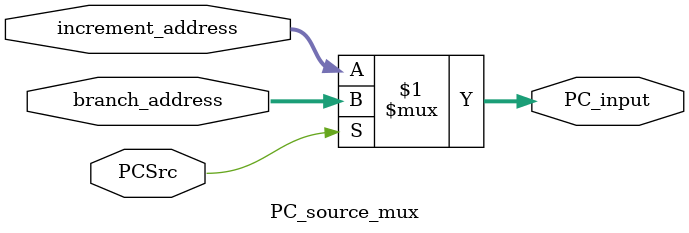
<source format=sv>
module PC_source_mux(
    input [31:0] branch_address,
    input [31:0] increment_address,
    input PCSrc,

    output [31:0] PC_input

);

    assign PC_input = PCSrc ?  branch_address : increment_address;
       

endmodule

</source>
